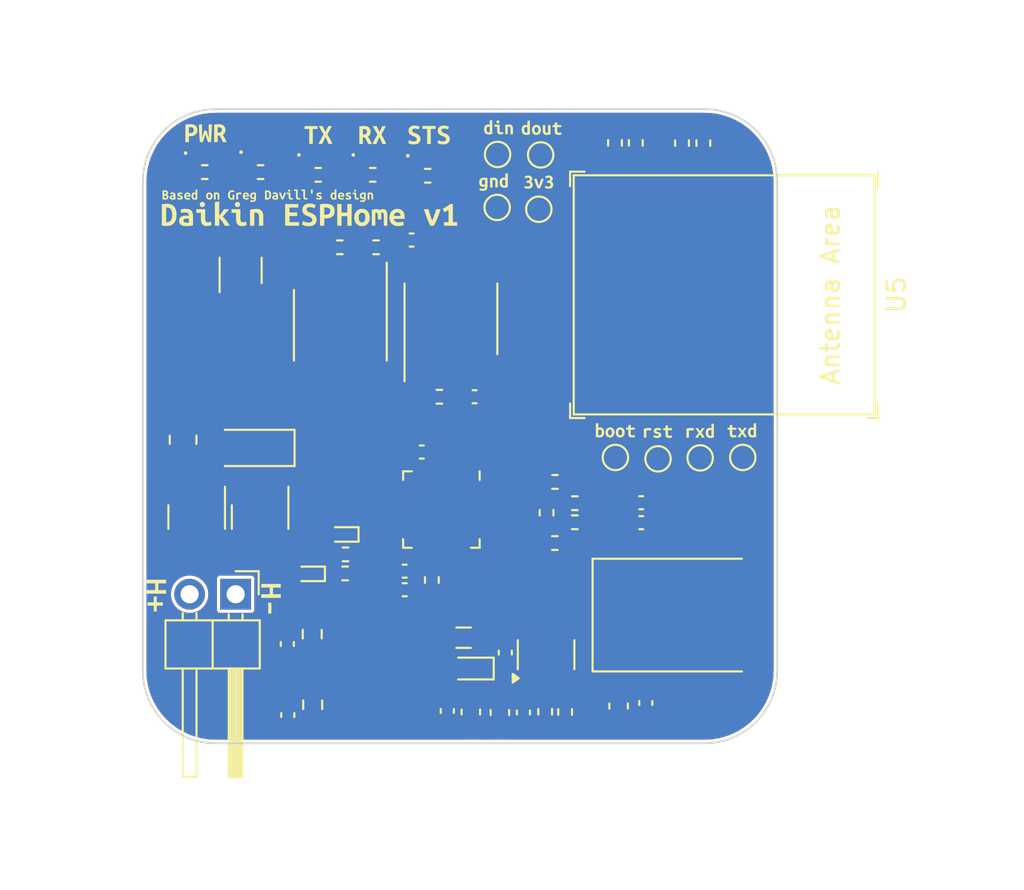
<source format=kicad_pcb>
(kicad_pcb (version 20241229) (generator "pcbnew") (generator_version "9.0")
  (title_block (title "HomeBus Breakout Board") (date "2024-04-29") (rev "r1.0") (company "Greg Davill <greg.davill@gmail.com>") (comment 1 "Based on MAX22088"))
  (layers (0 "F.Cu" signal) (2 "B.Cu" signal) (13 "F.Paste" user) (15 "B.Paste" user) (5 "F.SilkS" user "F.Silkscreen") (7 "B.SilkS" user "B.Silkscreen") (1 "F.Mask" user) (3 "B.Mask" user) (25 "Edge.Cuts" user))
  (net 0 "")
  (net 1 "VCC")
  (net 2 "GND")
  (net 3 "/VRAW")
  (net 4 "/H+")
  (net 5 "/H-")
  (net 6 "/DIN")
  (net 7 "/RST")
  (net 8 "/DOUT")
  (net 9 "Net-(C9-Pad1)")
  (net 10 "Net-(D1-A)")
  (net 11 "Net-(D2-A)")
  (net 12 "Net-(D3-A)")
  (net 13 "Net-(D6-A1)")
  (net 14 "Net-(D7-A1)")
  (net 15 "Net-(R5-Pad2)")
  (net 16 "+3V3")
  (net 17 "/_DOUT")
  (net 18 "/_DIN")
  (net 19 "/_RST")
  (net 20 "Net-(U4-CAPN)")
  (net 21 "Net-(U4-HNA)")
  (net 22 "Net-(U4-HPA)")
  (net 23 "Net-(U4-CAPP)")
  (net 24 "Net-(C10-Pad1)")
  (net 25 "Net-(C11-Pad1)")
  (net 26 "Net-(D6-A2)")
  (net 27 "Net-(D5-A)")
  (net 28 "Net-(D8-A1)")
  (net 29 "Net-(U4-SRA)")
  (net 30 "Net-(U4-~{HPEN})")
  (net 31 "Net-(R6-Pad2)")
  (net 32 "Net-(U4-TVL)")
  (net 33 "Net-(U4-TVT)")
  (net 34 "Net-(U4-TERM)")
  (net 35 "Net-(U4-HP)")
  (net 40 "Net-(D11-K)")
  (net 41 "Net-(U6-BST)")
  (net 42 "Net-(D10-A)")
  (net 43 "Net-(U5-EN{slash}CHIP_PU)")
  (net 44 "Net-(U5-GPIO8)")
  (net 45 "Net-(U5-GPIO4{slash}ADC1_CH4)")
  (net 46 "Net-(U6-FB)")
  (net 47 "Net-(U5-GPIO20{slash}U0RXD)")
  (net 48 "Net-(U5-GPIO21{slash}U0TXD)")
  (net 49 "Net-(U5-GPIO9)")
  (net 71 "/IOVDD")
  (footprint "Resistor_SMD:R_0402_1005Metric" (layer "F.Cu") (at 136.01 97.05)
    (property "Reference" "R8" (hide yes))
    (property "Value" "27K" (hide yes))
    (pad "1" smd roundrect (at -0.51 0) (size 0.54 0.64) (layers "F.Cu" "F.Mask" "F.Paste") (net 32 "Net-(U4-TVL)"))
    (pad "2" smd roundrect (at 0.51 0) (size 0.54 0.64) (layers "F.Cu" "F.Mask" "F.Paste") (net 1 "VCC"))
  )
  (footprint "TestPoint:TestPoint_Pad_D1.0mm" (layer "F.Cu") (at 142.925 93.5)
    (property "Reference" "TP1" (hide yes))
    (property "Value" "UART_RXD" (hide yes))
    (pad "1" smd circle (at 0 0) (size 1 1) (layers "F.Cu" "F.Mask") (net 47 "Net-(U5-GPIO20{slash}U0RXD)"))
  )
  (footprint "kibuzzard-65B629EE" (layer "F.Cu") (at 124.865 75.675)
    (property "Reference" "kibuzzard-65B629EE" (hide yes))
    (property "Value" "G***" (hide yes))
  )
  (footprint "Diode_SMD:D_SOD-923" (layer "F.Cu") (at 123.28 97.725 180)
    (property "Reference" "D7" (hide yes))
    (property "Value" "5.6V" (hide yes))
    (pad "1" smd rect (at -0.42 0) (size 0.36 0.25) (layers "F.Cu" "F.Mask" "F.Paste") (net 14 "Net-(D7-A1)"))
    (pad "2" smd rect (at 0.42 0) (size 0.36 0.25) (layers "F.Cu" "F.Mask" "F.Paste") (net 2 "GND"))
  )
  (footprint "Capacitor_SMD:C_0603_1608Metric" (layer "F.Cu") (at 130.275 107.525 90)
    (property "Reference" "C16" (hide yes))
    (property "Value" "10uF" (hide yes))
    (pad "1" smd roundrect (at -0.775 0 90) (size 0.9 0.95) (layers "F.Cu" "F.Mask" "F.Paste") (net 16 "+3V3"))
    (pad "2" smd roundrect (at 0.775 0 90) (size 0.9 0.95) (layers "F.Cu" "F.Mask" "F.Paste") (net 2 "GND"))
  )
  (footprint "Resistor_SMD:R_0402_1005Metric" (layer "F.Cu") (at 134.375 107.515 90)
    (property "Reference" "R25" (hide yes))
    (property "Value" "15.8k" (hide yes))
    (pad "1" smd roundrect (at -0.51 0 90) (size 0.54 0.64) (layers "F.Cu" "F.Mask" "F.Paste") (net 46 "Net-(U6-FB)"))
    (pad "2" smd roundrect (at 0.51 0 90) (size 0.54 0.64) (layers "F.Cu" "F.Mask" "F.Paste") (net 2 "GND"))
  )
  (footprint "Resistor_SMD:R_0402_1005Metric" (layer "F.Cu") (at 138.225 76.11 -90)
    (property "Reference" "R20" (hide yes))
    (property "Value" "5.1K" (hide yes))
    (pad "1" smd roundrect (at -0.51 0 270) (size 0.54 0.64) (layers "F.Cu" "F.Mask" "F.Paste") (net 16 "+3V3"))
    (pad "2" smd roundrect (at 0.51 0 270) (size 0.54 0.64) (layers "F.Cu" "F.Mask" "F.Paste") (net 44 "Net-(U5-GPIO8)"))
  )
  (footprint "Diode_SMD:D_SOD-523" (layer "F.Cu") (at 130.275 105.125 180)
    (property "Reference" "D11" (hide yes))
    (property "Value" "CUS10S30,H3F" (hide yes))
    (pad "1" smd roundrect (at -0.7 0) (size 0.6 0.7) (layers "F.Cu" "F.Mask" "F.Paste") (net 40 "Net-(D11-K)"))
    (pad "2" smd roundrect (at 0.7 0) (size 0.6 0.7) (layers "F.Cu" "F.Mask" "F.Paste") (net 2 "GND"))
  )
  (footprint "Resistor_SMD:R_0402_1005Metric" (layer "F.Cu") (at 123.34 99.875 180)
    (property "Reference" "R11" (hide yes))
    (property "Value" "82R" (hide yes))
    (pad "1" smd roundrect (at -0.51 0 180) (size 0.54 0.64) (layers "F.Cu" "F.Mask" "F.Paste") (net 34 "Net-(U4-TERM)"))
    (pad "2" smd roundrect (at 0.51 0 180) (size 0.54 0.64) (layers "F.Cu" "F.Mask" "F.Paste") (net 28 "Net-(D8-A1)"))
  )
  (footprint "kibuzzard-65B629C5" (layer "F.Cu") (at 115.665 75.575)
    (property "Reference" "kibuzzard-65B629C5" (hide yes))
    (property "Value" "G***" (hide yes))
  )
  (footprint "kibuzzard-68B31FE4" (layer "F.Cu") (at 119.075 79.025)
    (property "Reference" "kibuzzard-68B31FE4" (hide yes))
    (property "Value" "G***" (hide yes))
  )
  (footprint "LED_SMD:LED_0402_1005Metric" (layer "F.Cu") (at 115.6293 76.675)
    (property "Reference" "D5" (hide yes))
    (property "Value" "GREEN" (hide yes))
    (pad "1" smd roundrect (at -0.485 0) (size 0.59 0.64) (layers "F.Cu" "F.Mask" "F.Paste") (net 2 "GND"))
    (pad "2" smd roundrect (at 0.485 0) (size 0.59 0.64) (layers "F.Cu" "F.Mask" "F.Paste") (net 27 "Net-(D5-A)"))
  )
  (footprint "Capacitor_SMD:C_0603_1608Metric" (layer "F.Cu") (at 131.875 107.55 90)
    (property "Reference" "C17" (hide yes))
    (property "Value" "22uF" (hide yes))
    (pad "1" smd roundrect (at -0.775 0 90) (size 0.9 0.95) (layers "F.Cu" "F.Mask" "F.Paste") (net 16 "+3V3"))
    (pad "2" smd roundrect (at 0.775 0 90) (size 0.9 0.95) (layers "F.Cu" "F.Mask" "F.Paste") (net 2 "GND"))
  )
  (footprint "kibuzzard-65B6C60D" (layer "F.Cu") (at 112.925 101.1 -90)
    (property "Reference" "kibuzzard-65B6C60D" (hide yes))
    (property "Value" "G***" (hide yes))
  )
  (footprint "kibuzzard-68B32731" (layer "F.Cu") (at 131.8 75.25)
    (property "Reference" "kibuzzard-68B32731" (hide yes))
    (property "Value" "G***" (hide yes))
  )
  (footprint "kibuzzard-65B629E6" (layer "F.Cu") (at 121.865 75.675)
    (property "Reference" "kibuzzard-65B629E6" (hide yes))
    (property "Value" "G***" (hide yes))
  )
  (footprint "Resistor_SMD:R_0402_1005Metric" (layer "F.Cu") (at 128.125 100.24 -90)
    (property "Reference" "R7" (hide yes))
    (property "Value" "180k" (hide yes))
    (pad "1" smd roundrect (at -0.51 0 270) (size 0.54 0.64) (layers "F.Cu" "F.Mask" "F.Paste") (net 23 "Net-(U4-CAPP)"))
    (pad "2" smd roundrect (at 0.51 0 270) (size 0.54 0.64) (layers "F.Cu" "F.Mask" "F.Paste") (net 9 "Net-(C9-Pad1)"))
  )
  (footprint "TestPoint:TestPoint_Pad_D1.0mm" (layer "F.Cu") (at 145.275 93.475)
    (property "Reference" "TP2" (hide yes))
    (property "Value" "UART_TXD" (hide yes))
    (pad "1" smd circle (at 0 0) (size 1 1) (layers "F.Cu" "F.Mask") (net 48 "Net-(U5-GPIO21{slash}U0TXD)"))
  )
  (footprint "Capacitor_SMD:C_0603_1608Metric" (layer "F.Cu") (at 138.425 107.2 -90)
    (property "Reference" "C12" (hide yes))
    (property "Value" "10uF" (hide yes))
    (pad "1" smd roundrect (at -0.775 0 270) (size 0.9 0.95) (layers "F.Cu" "F.Mask" "F.Paste") (net 3 "/VRAW"))
    (pad "2" smd roundrect (at 0.775 0 270) (size 0.9 0.95) (layers "F.Cu" "F.Mask" "F.Paste") (net 2 "GND"))
  )
  (footprint "kibuzzard-68B3271E" (layer "F.Cu") (at 138.25 91.975)
    (property "Reference" "kibuzzard-68B3271E" (hide yes))
    (property "Value" "G***" (hide yes))
  )
  (footprint "LED_SMD:LED_0402_1005Metric" (layer "F.Cu") (at 118.685 76.625)
    (property "Reference" "D1" (hide yes))
    (property "Value" "GREEN" (hide yes))
    (pad "1" smd roundrect (at -0.485 0) (size 0.59 0.64) (layers "F.Cu" "F.Mask" "F.Paste") (net 2 "GND"))
    (pad "2" smd roundrect (at 0.485 0) (size 0.59 0.64) (layers "F.Cu" "F.Mask" "F.Paste") (net 10 "Net-(D1-A)"))
  )
  (footprint "Diode_SMD:D_SOD-123F" (layer "F.Cu") (at 118.35 92.95 180)
    (property "Reference" "D6" (hide yes))
    (property "Value" "24V" (hide yes))
    (pad "1" smd rect (at -1.4 0 180) (size 1.1 1.1) (layers "F.Cu" "F.Mask" "F.Paste") (net 13 "Net-(D6-A1)"))
    (pad "2" smd rect (at 1.4 0 180) (size 1.1 1.1) (layers "F.Cu" "F.Mask" "F.Paste") (net 26 "Net-(D6-A2)"))
  )
  (footprint "Inductor_SMD:L_0805_2012Metric" (layer "F.Cu") (at 129.875 103.425 180)
    (property "Reference" "L1" (hide yes))
    (property "Value" "4.7uF" (hide yes))
    (pad "1" smd roundrect (at -1.0625 0 180) (size 0.875 1.2) (layers "F.Cu" "F.Mask" "F.Paste") (net 40 "Net-(D11-K)"))
    (pad "2" smd roundrect (at 1.0625 0 180) (size 0.875 1.2) (layers "F.Cu" "F.Mask" "F.Paste") (net 16 "+3V3"))
  )
  (footprint "Capacitor_SMD:C_0402_1005Metric" (layer "F.Cu") (at 126.625 99.75)
    (property "Reference" "C8" (hide yes))
    (property "Value" "0.1uF" (hide yes))
    (pad "1" smd roundrect (at -0.48 0) (size 0.56 0.62) (layers "F.Cu" "F.Mask" "F.Paste") (net 22 "Net-(U4-HPA)"))
    (pad "2" smd roundrect (at 0.48 0) (size 0.56 0.62) (layers "F.Cu" "F.Mask" "F.Paste") (net 23 "Net-(U4-CAPP)"))
  )
  (footprint "Capacitor_SMD:C_0402_1005Metric" (layer "F.Cu") (at 126.625 100.775 180)
    (property "Reference" "C9" (hide yes))
    (property "Value" "1uF" (hide yes))
    (pad "1" smd roundrect (at -0.48 0 180) (size 0.56 0.62) (layers "F.Cu" "F.Mask" "F.Paste") (net 9 "Net-(C9-Pad1)"))
    (pad "2" smd roundrect (at 0.48 0 180) (size 0.56 0.62) (layers "F.Cu" "F.Mask" "F.Paste") (net 22 "Net-(U4-HPA)"))
  )
  (footprint "Capacitor_SMD:C_0402_1005Metric" (layer "F.Cu") (at 139.675 95.975)
    (property "Reference" "C7" (hide yes))
    (property "Value" "1uF" (hide yes))
    (pad "1" smd roundrect (at -0.48 0) (size 0.56 0.62) (layers "F.Cu" "F.Mask" "F.Paste") (net 1 "VCC"))
    (pad "2" smd roundrect (at 0.48 0) (size 0.56 0.62) (layers "F.Cu" "F.Mask" "F.Paste") (net 2 "GND"))
  )
  (footprint "LED_SMD:LED_0402_1005Metric" (layer "F.Cu") (at 124.88 76.775)
    (property "Reference" "D3" (hide yes))
    (property "Value" "RED" (hide yes))
    (pad "1" smd roundrect (at -0.485 0) (size 0.59 0.64) (layers "F.Cu" "F.Mask" "F.Paste") (net 2 "GND"))
    (pad "2" smd roundrect (at 0.485 0) (size 0.59 0.64) (layers "F.Cu" "F.Mask" "F.Paste") (net 12 "Net-(D3-A)"))
  )
  (footprint "Package_DFN_QFN:QFN-24-1EP_4x4mm_P0.5mm_EP2.6x2.6mm" (layer "F.Cu") (at 128.65 96.35 -90)
    (property "Reference" "U4" (hide yes))
    (property "Value" "MAX22088" (hide yes))
    (pad "1" smd roundrect (at -1.9375 -1.25 270) (size 0.825 0.25) (layers "F.Cu" "F.Mask" "F.Paste") (net 17 "/_DOUT"))
    (pad "2" smd roundrect (at -1.9375 -0.75 270) (size 0.825 0.25) (layers "F.Cu" "F.Mask" "F.Paste") (net 18 "/_DIN"))
    (pad "3" smd roundrect (at -1.9375 -0.25 270) (size 0.825 0.25) (layers "F.Cu" "F.Mask" "F.Paste") (net 19 "/_RST"))
    (pad "4" smd roundrect (at -1.9375 0.25 270) (size 0.825 0.25) (layers "F.Cu" "F.Mask" "F.Paste") (net 20 "Net-(U4-CAPN)"))
    (pad "5" smd roundrect (at -1.9375 0.75 270) (size 0.825 0.25) (layers "F.Cu" "F.Mask" "F.Paste") (net 21 "Net-(U4-HNA)"))
    (pad "6" smd roundrect (at -1.9375 1.25 270) (size 0.825 0.25) (layers "F.Cu" "F.Mask" "F.Paste"))
    (pad "7" smd roundrect (at -1.25 1.9375 270) (size 0.25 0.825) (layers "F.Cu" "F.Mask" "F.Paste") (net 28 "Net-(D8-A1)"))
    (pad "8" smd roundrect (at -0.75 1.9375 270) (size 0.25 0.825) (layers "F.Cu" "F.Mask" "F.Paste") (net 13 "Net-(D6-A1)"))
    (pad "9" smd roundrect (at -0.25 1.9375 270) (size 0.25 0.825) (layers "F.Cu" "F.Mask" "F.Paste") (net 2 "GND"))
    (pad "10" smd roundrect (at 0.25 1.9375 270) (size 0.25 0.825) (layers "F.Cu" "F.Mask" "F.Paste") (net 35 "Net-(U4-HP)"))
    (pad "11" smd roundrect (at 0.75 1.9375 270) (size 0.25 0.825) (layers "F.Cu" "F.Mask" "F.Paste") (net 14 "Net-(D7-A1)"))
    (pad "12" smd roundrect (at 1.25 1.9375 270) (size 0.25 0.825) (layers "F.Cu" "F.Mask" "F.Paste") (net 34 "Net-(U4-TERM)"))
    (pad "13" smd roundrect (at 1.9375 1.25 270) (size 0.825 0.25) (layers "F.Cu" "F.Mask" "F.Paste"))
    (pad "14" smd roundrect (at 1.9375 0.75 270) (size 0.825 0.25) (layers "F.Cu" "F.Mask" "F.Paste") (net 22 "Net-(U4-HPA)"))
    (pad "15" smd roundrect (at 1.9375 0.25 270) (size 0.825 0.25) (layers "F.Cu" "F.Mask" "F.Paste") (net 23 "Net-(U4-CAPP)"))
    (pad "16" smd roundrect (at 1.9375 -0.25 270) (size 0.825 0.25) (layers "F.Cu" "F.Mask" "F.Paste") (net 2 "GND"))
    (pad "17" smd roundrect (at 1.9375 -0.75 270) (size 0.825 0.25) (layers "F.Cu" "F.Mask" "F.Paste") (net 1 "VCC"))
    (pad "18" smd roundrect (at 1.9375 -1.25 270) (size 0.825 0.25) (layers "F.Cu" "F.Mask" "F.Paste") (net 3 "/VRAW"))
    (pad "19" smd roundrect (at 1.25 -1.9375 270) (size 0.25 0.825) (layers "F.Cu" "F.Mask" "F.Paste") (net 3 "/VRAW"))
    (pad "20" smd roundrect (at 0.75 -1.9375 270) (size 0.25 0.825) (layers "F.Cu" "F.Mask" "F.Paste") (net 30 "Net-(U4-~{HPEN})"))
    (pad "21" smd roundrect (at 0.25 -1.9375 270) (size 0.25 0.825) (layers "F.Cu" "F.Mask" "F.Paste") (net 32 "Net-(U4-TVL)"))
    (pad "22" smd roundrect (at -0.25 -1.9375 270) (size 0.25 0.825) (layers "F.Cu" "F.Mask" "F.Paste") (net 33 "Net-(U4-TVT)"))
    (pad "23" smd roundrect (at -0.75 -1.9375 270) (size 0.25 0.825) (layers "F.Cu" "F.Mask" "F.Paste") (net 29 "Net-(U4-SRA)"))
    (pad "24" smd roundrect (at -1.25 -1.9375 270) (size 0.25 0.825) (layers "F.Cu" "F.Mask" "F.Paste"))
    (pad "25" smd rect (at 0 0 270) (size 2.6 2.6) (layers "F.Cu" "F.Mask") (net 2 "GND"))
  )
  (footprint "Capacitor_SMD:C_0402_1005Metric" (layer "F.Cu") (at 120.175 107.695 90)
    (property "Reference" "C10" (hide yes))
    (property "Value" "10uF" (hide yes))
    (pad "1" smd roundrect (at -0.48 0 90) (size 0.56 0.62) (layers "F.Cu" "F.Mask" "F.Paste") (net 24 "Net-(C10-Pad1)"))
    (pad "2" smd roundrect (at 0.48 0 90) (size 0.56 0.62) (layers "F.Cu" "F.Mask" "F.Paste") (net 4 "/H+"))
  )
  (footprint "Resistor_SMD:R_0402_1005Metric" (layer "F.Cu") (at 123.36 98.825)
    (property "Reference" "R13" (hide yes))
    (property "Value" "1K" (hide yes))
    (pad "1" smd roundrect (at -0.51 0) (size 0.54 0.64) (layers "F.Cu" "F.Mask" "F.Paste") (net 28 "Net-(D8-A1)"))
    (pad "2" smd roundrect (at 0.51 0) (size 0.54 0.64) (layers "F.Cu" "F.Mask" "F.Paste") (net 14 "Net-(D7-A1)"))
  )
  (footprint "kibuzzard-68B326FE" (layer "F.Cu") (at 140.6 92.05)
    (property "Reference" "kibuzzard-68B326FE" (hide yes))
    (property "Value" "G***" (hide yes))
  )
  (footprint "Resistor_SMD:R_0805_2012Metric" (layer "F.Cu") (at 114.4 92.5 -90)
    (property "Reference" "R14" (hide yes))
    (property "Value" "1R" (hide yes))
    (pad "1" smd roundrect (at -0.9125 0 270) (size 1.025 1.4) (layers "F.Cu" "F.Mask" "F.Paste") (roundrect_rratio 0.243902439) (net 35 "Net-(U4-HP)"))
    (pad "2" smd roundrect (at 0.9125 0 270) (size 1.025 1.4) (layers "F.Cu" "F.Mask" "F.Paste") (roundrect_rratio 0.243902439) (net 26 "Net-(D6-A2)"))
  )
  (footprint "kibuzzard-68B3273B" (layer "F.Cu") (at 134.175 75.275)
    (property "Reference" "kibuzzard-68B3273B" (hide yes))
    (property "Value" "G***" (hide yes))
  )
  (footprint "Resistor_SMD:R_0402_1005Metric" (layer "F.Cu") (at 135.475 107.525 90)
    (property "Reference" "R24" (hide yes))
    (property "Value" "49.9k" (hide yes))
    (pad "1" smd roundrect (at -0.51 0 90) (size 0.54 0.64) (layers "F.Cu" "F.Mask" "F.Paste") (net 16 "+3V3"))
    (pad "2" smd roundrect (at 0.51 0 90) (size 0.54 0.64) (layers "F.Cu" "F.Mask" "F.Paste") (net 46 "Net-(U6-FB)"))
  )
  (footprint "Package_TO_SOT_SMD:SOT-363_SC-70-6" (layer "F.Cu") (at 117.575 83.15 90)
    (property "Reference" "U3" (hide yes))
    (property "Value" "74LVC2G14DW-7" (hide yes))
    (pad "1" smd rect (at -0.95 -0.65 90) (size 0.65 0.4) (layers "F.Cu" "F.Mask" "F.Paste") (net 18 "/_DIN"))
    (pad "2" smd rect (at -0.95 0 90) (size 0.65 0.4) (layers "F.Cu" "F.Mask" "F.Paste") (net 2 "GND"))
    (pad "3" smd rect (at -0.95 0.65 90) (size 0.65 0.4) (layers "F.Cu" "F.Mask" "F.Paste") (net 17 "/_DOUT"))
    (pad "4" smd rect (at 0.95 0.65 90) (size 0.65 0.4) (layers "F.Cu" "F.Mask" "F.Paste") (net 31 "Net-(R6-Pad2)"))
    (pad "5" smd rect (at 0.95 0 90) (size 0.65 0.4) (layers "F.Cu" "F.Mask" "F.Paste") (net 1 "VCC"))
    (pad "6" smd rect (at 0.95 -0.65 90) (size 0.65 0.4) (layers "F.Cu" "F.Mask" "F.Paste") (net 15 "Net-(R5-Pad2)"))
  )
  (footprint "Diode_SMD:D_SOD-923" (layer "F.Cu") (at 121.425 99.9 180)
    (property "Reference" "D8" (hide yes))
    (property "Value" "5.6V" (hide yes))
    (pad "1" smd rect (at -0.42 0) (size 0.36 0.25) (layers "F.Cu" "F.Mask" "F.Paste") (net 28 "Net-(D8-A1)"))
    (pad "2" smd rect (at 0.42 0) (size 0.36 0.25) (layers "F.Cu" "F.Mask" "F.Paste") (net 2 "GND"))
  )
  (footprint "Resistor_SMD:R_0402_1005Metric" (layer "F.Cu") (at 134.91 98.2)
    (property "Reference" "R4" (hide yes))
    (property "Value" "0R" (hide yes))
    (pad "1" smd roundrect (at -0.51 0) (size 0.54 0.64) (layers "F.Cu" "F.Mask" "F.Paste") (net 30 "Net-(U4-~{HPEN})"))
    (pad "2" smd roundrect (at 0.51 0) (size 0.54 0.64) (layers "F.Cu" "F.Mask" "F.Paste") (net 2 "GND"))
  )
  (footprint "LED_SMD:LED_0402_1005Metric" (layer "F.Cu") (at 127.885 76.825)
    (property "Reference" "D10" (hide yes))
    (property "Value" "ORANGE" (hide yes))
    (pad "1" smd roundrect (at -0.485 0) (size 0.59 0.64) (layers "F.Cu" "F.Mask" "F.Paste") (net 2 "GND"))
    (pad "2" smd roundrect (at 0.485 0) (size 0.59 0.64) (layers "F.Cu" "F.Mask" "F.Paste") (net 42 "Net-(D10-A)"))
  )
  (footprint "Package_TO_SOT_SMD:SOT-23-6" (layer "F.Cu") (at 134.425 104.3625 90)
    (property "Reference" "U6" (hide yes))
    (property "Value" "AOZ1280CI" (hide yes))
    (pad "1" smd roundrect (at -1.1375 -0.95 90) (size 1.325 0.6) (layers "F.Cu" "F.Mask" "F.Paste") (net 41 "Net-(U6-BST)"))
    (pad "2" smd roundrect (at -1.1375 0 90) (size 1.325 0.6) (layers "F.Cu" "F.Mask" "F.Paste") (net 2 "GND"))
    (pad "3" smd roundrect (at -1.1375 0.95 90) (size 1.325 0.6) (layers "F.Cu" "F.Mask" "F.Paste") (net 46 "Net-(U6-FB)"))
    (pad "4" smd roundrect (at 1.1375 0.95 90) (size 1.325 0.6) (layers "F.Cu" "F.Mask" "F.Paste") (net 3 "/VRAW"))
    (pad "5" smd roundrect (at 1.1375 0 90) (size 1.325 0.6) (layers "F.Cu" "F.Mask" "F.Paste") (net 3 "/VRAW"))
    (pad "6" smd roundrect (at 1.1375 -0.95 90) (size 1.325 0.6) (layers "F.Cu" "F.Mask" "F.Paste") (net 40 "Net-(D11-K)"))
  )
  (footprint "Resistor_SMD:R_0402_1005Metric" (layer "F.Cu") (at 134.915 94.825)
    (property "Reference" "R3" (hide yes))
    (property "Value" "62k" (hide yes))
    (pad "1" smd roundrect (at -0.51 0) (size 0.54 0.64) (layers "F.Cu" "F.Mask" "F.Paste") (net 29 "Net-(U4-SRA)"))
    (pad "2" smd roundrect (at 0.51 0) (size 0.54 0.64) (layers "F.Cu" "F.Mask" "F.Paste") (net 2 "GND"))
  )
  (footprint "kibuzzard-68B31F11" (layer "F.Cu") (at 121.375 80.025)
    (property "Reference" "kibuzzard-68B31F11" (hide yes))
    (property "Value" "G***" (hide yes))
  )
  (footprint "Capacitor_Tantalum_SMD:CP_EIA-7360-38_Kemet-E_Pad2.25x4.25mm_HandSolder" (layer "F.Cu") (at 141.575 102.175)
    (property "Reference" "C4" (hide yes))
    (property "Value" "220uF" (hide yes))
    (pad "1" smd roundrect (at -3.2 0) (size 2.25 4.25) (layers "F.Cu" "F.Mask" "F.Paste") (roundrect_rratio 0.111111) (net 3 "/VRAW"))
    (pad "2" smd roundrect (at 3.2 0) (size 2.25 4.25) (layers "F.Cu" "F.Mask" "F.Paste") (roundrect_rratio 0.111111) (net 2 "GND"))
  )
  (footprint "Resistor_SMD:R_0402_1005Metric" (layer "F.Cu") (at 134.45 96.525 -90)
    (property "Reference" "R9" (hide yes))
    (property "Value" "4.3K" (hide yes))
    (pad "1" smd roundrect (at -0.51 0 270) (size 0.54 0.64) (layers "F.Cu" "F.Mask" "F.Paste") (net 33 "Net-(U4-TVT)"))
    (pad "2" smd roundrect (at 0.51 0 270) (size 0.54 0.64) (layers "F.Cu" "F.Mask" "F.Paste") (net 32 "Net-(U4-TVL)"))
  )
  (footprint "Resistor_SMD:R_0402_1005Metric" (layer "F.Cu") (at 141.925 76.125 -90)
    (property "Reference" "R22" (hide yes))
    (property "Value" "2.2K" (hide yes))
    (pad "1" smd roundrect (at -0.51 0 270) (size 0.54 0.64) (layers "F.Cu" "F.Mask" "F.Paste") (net 16 "+3V3"))
    (pad "2" smd roundrect (at 0.51 0 270) (size 0.54 0.64) (layers "F.Cu" "F.Mask" "F.Paste") (net 6 "/DIN"))
  )
  (footprint "Resistor_SMD:R_0402_1005Metric" (layer "F.Cu") (at 118.675 77.725 180)
    (property "Reference" "R1" (hide yes))
    (property "Value" "20K" (hide yes))
    (pad "1" smd roundrect (at -0.51 0 180) (size 0.54 0.64) (layers "F.Cu" "F.Mask" "F.Paste") (net 10 "Net-(D1-A)"))
    (pad "2" smd roundrect (at 0.51 0 180) (size 0.54 0.64) (layers "F.Cu" "F.Mask" "F.Paste") (net 71 "/IOVDD"))
  )
  (footprint "kibuzzard-68B32786" (layer "F.Cu") (at 134.025 78.275)
    (property "Reference" "kibuzzard-68B32786" (hide yes))
    (property "Value" "G***" (hide yes))
  )
  (footprint "Resistor_SMD:R_0402_1005Metric" (layer "F.Cu") (at 128.535 90.125 180)
    (property "Reference" "R2" (hide yes))
    (property "Value" "20K" (hide yes))
    (pad "1" smd roundrect (at -0.51 0 180) (size 0.54 0.64) (layers "F.Cu" "F.Mask" "F.Paste") (net 1 "VCC"))
    (pad "2" smd roundrect (at 0.51 0 180) (size 0.54 0.64) (layers "F.Cu" "F.Mask" "F.Paste") (net 17 "/_DOUT"))
  )
  (footprint "TestPoint:TestPoint_Pad_D1.0mm" (layer "F.Cu") (at 134.125 76.775)
    (property "Reference" "TP8" (hide yes))
    (property "Value" "I2C_SCL" (hide yes))
    (pad "1" smd circle (at 0 0) (size 1 1) (layers "F.Cu" "F.Mask") (net 8 "/DOUT"))
  )
  (footprint "TestPoint:TestPoint_Pad_D1.0mm" (layer "F.Cu") (at 131.75 76.75)
    (property "Reference" "TP9" (hide yes))
    (property "Value" "I2C_SDA" (hide yes))
    (pad "1" smd circle (at 0 0) (size 1 1) (layers "F.Cu" "F.Mask") (net 6 "/DIN"))
  )
  (footprint "Capacitor_SMD:C_0402_1005Metric" (layer "F.Cu") (at 139.925 107.03 -90)
    (property "Reference" "C3" (hide yes))
    (property "Value" "0.1uF" (hide yes))
    (pad "1" smd roundrect (at -0.48 0 270) (size 0.56 0.62) (layers "F.Cu" "F.Mask" "F.Paste") (net 3 "/VRAW"))
    (pad "2" smd roundrect (at 0.48 0 270) (size 0.56 0.62) (layers "F.Cu" "F.Mask" "F.Paste") (net 2 "GND"))
  )
  (footprint "Resistor_SMD:R_0603_1608Metric" (layer "F.Cu") (at 121.525 103.225 -90)
    (property "Reference" "R16" (hide yes))
    (property "Value" "4.7R" (hide yes))
    (pad "1" smd roundrect (at -0.825 0 270) (size 0.8 0.95) (layers "F.Cu" "F.Mask" "F.Paste") (net 28 "Net-(D8-A1)"))
    (pad "2" smd roundrect (at 0.825 0 270) (size 0.8 0.95) (layers "F.Cu" "F.Mask" "F.Paste") (net 25 "Net-(C11-Pad1)"))
  )
  (footprint "kibuzzard-68B31F54" (layer "F.Cu") (at 127.965 75.675)
    (property "Reference" "kibuzzard-68B31F54" (hide yes))
    (property "Value" "G***" (hide yes))
  )
  (footprint "Capacitor_SMD:C_0402_1005Metric" (layer "F.Cu") (at 127.005 81.475)
    (property "Reference" "C1" (hide yes))
    (property "Value" "0.1uF" (hide yes))
    (pad "1" smd roundrect (at -0.48 0) (size 0.56 0.62) (layers "F.Cu" "F.Mask" "F.Paste") (net 71 "/IOVDD"))
    (pad "2" smd roundrect (at 0.48 0) (size 0.56 0.62) (layers "F.Cu" "F.Mask" "F.Paste") (net 2 "GND"))
  )
  (footprint "Package_TO_SOT_SMD:SOT-23" (layer "F.Cu") (at 118.65 96.7625 -90)
    (property "Reference" "D9" (hide yes))
    (property "Value" "BAT54S" (hide yes))
    (pad "1" smd roundrect (at -0.9375 -0.95 270) (size 1.475 0.6) (layers "F.Cu" "F.Mask" "F.Paste") (net 13 "Net-(D6-A1)"))
    (pad "2" smd roundrect (at -0.9375 0.95 270) (size 1.475 0.6) (layers "F.Cu" "F.Mask" "F.Paste") (net 26 "Net-(D6-A2)"))
    (pad "3" smd roundrect (at 0.9375 0 270) (size 1.475 0.6) (layers "F.Cu" "F.Mask" "F.Paste") (net 5 "/H-"))
  )
  (footprint "Resistor_SMD:R_0402_1005Metric" (layer "F.Cu") (at 127.89 77.925 180)
    (property "Reference" "R23" (hide yes))
    (property "Value" "470R" (hide yes))
    (pad "1" smd roundrect (at -0.51 0 180) (size 0.54 0.64) (layers "F.Cu" "F.Mask" "F.Paste") (net 42 "Net-(D10-A)"))
    (pad "2" smd roundrect (at 0.51 0 180) (size 0.54 0.64) (layers "F.Cu" "F.Mask" "F.Paste") (net 45 "Net-(U5-GPIO4{slash}ADC1_CH4)"))
  )
  (footprint "TestPoint:TestPoint_Pad_D1.0mm" (layer "F.Cu") (at 134.025 79.775)
    (property "Reference" "TP12" (hide yes))
    (property "Value" "3V3" (hide yes))
    (pad "1" smd circle (at 0 0) (size 1 1) (layers "F.Cu" "F.Mask") (net 16 "+3V3"))
  )
  (footprint "Resistor_SMD:R_0402_1005Metric" (layer "F.Cu") (at 121.855 77.875 180)
    (property "Reference" "R5" (hide yes))
    (property "Value" "20K" (hide yes))
    (pad "1" smd roundrect (at -0.51 0 180) (size 0.54 0.64) (layers "F.Cu" "F.Mask" "F.Paste") (net 11 "Net-(D2-A)"))
    (pad "2" smd roundrect (at 0.51 0 180) (size 0.54 0.64) (layers "F.Cu" "F.Mask" "F.Paste") (net 15 "Net-(R5-Pad2)"))
  )
  (footprint "Package_SO:SOIC-8_3.9x4.9mm_P1.27mm" (layer "F.Cu") (at 129.175 85.825 90)
    (property "Reference" "U2" (hide yes))
    (property "Value" "CA-IS3720" (hide yes))
    (pad "1" smd roundrect (at -2.475 -1.905 90) (size 1.95 0.6) (layers "F.Cu" "F.Mask" "F.Paste") (net 1 "VCC"))
    (pad "2" smd roundrect (at -2.475 -0.635 90) (size 1.95 0.6) (layers "F.Cu" "F.Mask" "F.Paste") (net 17 "/_DOUT"))
    (pad "3" smd roundrect (at -2.475 0.635 90) (size 1.95 0.6) (layers "F.Cu" "F.Mask" "F.Paste") (net 2 "GND"))
    (pad "4" smd roundrect (at -2.475 1.905 90) (size 1.95 0.6) (layers "F.Cu" "F.Mask" "F.Paste") (net 2 "GND"))
    (pad "5" smd roundrect (at 2.475 1.905 90) (size 1.95 0.6) (layers "F.Cu" "F.Mask" "F.Paste") (net 2 "GND"))
    (pad "6" smd roundrect (at 2.475 0.635 90) (size 1.95 0.6) (layers "F.Cu" "F.Mask" "F.Paste"))
    (pad "7" smd roundrect (at 2.475 -0.635 90) (size 1.95 0.6) (layers "F.Cu" "F.Mask" "F.Paste") (net 8 "/DOUT"))
    (pad "8" smd roundrect (at 2.475 -1.905 90) (size 1.95 0.6) (layers "F.Cu" "F.Mask" "F.Paste") (net 71 "/IOVDD"))
  )
  (footprint "Resistor_SMD:R_0402_1005Metric" (layer "F.Cu") (at 123.045 81.875 180)
    (property "Reference" "R17" (hide yes))
    (property "Value" "20K" (hide yes))
    (pad "1" smd roundrect (at -0.51 0 180) (size 0.54 0.64) (layers "F.Cu" "F.Mask" "F.Paste") (net 71 "/IOVDD"))
    (pad "2" smd roundrect (at 0.51 0 180) (size 0.54 0.64) (layers "F.Cu" "F.Mask" "F.Paste") (net 7 "/RST"))
  )
  (footprint "Connector_PinHeader_2.54mm:PinHeader_1x02_P2.54mm_Horizontal" (layer "F.Cu") (at 117.3 101.025 -90)
    (property "Reference" "J3" (hide yes))
    (property "Value" "Conn_01x02_Pin" (hide yes))
    (pad "1" thru_hole rect (at 0 0 270) (size 1.7 1.7) (drill 1) (layers "*.Cu" "*.Mask") (net 5 "/H-"))
    (pad "2" thru_hole oval (at 0 2.54 270) (size 1.7 1.7) (drill 1) (layers "*.Cu" "*.Mask") (net 4 "/H+"))
  )
  (footprint "Capacitor_SMD:C_0402_1005Metric" (layer "F.Cu") (at 139.675 97.075)
    (property "Reference" "C6" (hide yes))
    (property "Value" "10uF" (hide yes))
    (pad "1" smd roundrect (at -0.48 0) (size 0.56 0.62) (layers "F.Cu" "F.Mask" "F.Paste") (net 1 "VCC"))
    (pad "2" smd roundrect (at 0.48 0) (size 0.56 0.62) (layers "F.Cu" "F.Mask" "F.Paste") (net 2 "GND"))
  )
  (footprint "Capacitor_SMD:C_0402_1005Metric" (layer "F.Cu") (at 127.57 93.175 180)
    (property "Reference" "C5" (hide yes))
    (property "Value" "0.1uF" (hide yes))
    (pad "1" smd roundrect (at -0.48 0 180) (size 0.56 0.62) (layers "F.Cu" "F.Mask" "F.Paste") (net 20 "Net-(U4-CAPN)"))
    (pad "2" smd roundrect (at 0.48 0 180) (size 0.56 0.62) (layers "F.Cu" "F.Mask" "F.Paste") (net 21 "Net-(U4-HNA)"))
  )
  (footprint "Resistor_SMD:R_0402_1005Metric" (layer "F.Cu") (at 139.375 76.11 -90)
    (property "Reference" "R19" (hide yes))
    (property "Value" "5.1K" (hide yes))
    (pad "1" smd roundrect (at -0.51 0 270) (size 0.54 0.64) (layers "F.Cu" "F.Mask" "F.Paste") (net 16 "+3V3"))
    (pad "2" smd roundrect (at 0.51 0 270) (size 0.54 0.64) (layers "F.Cu" "F.Mask" "F.Paste") (net 43 "Net-(U5-EN{slash}CHIP_PU)"))
  )
  (footprint "Resistor_SMD:R_0402_1005Metric" (layer "F.Cu") (at 125.045 81.875 180)
    (property "Reference" "R18" (hide yes))
    (property "Value" "20K" (hide yes))
    (pad "1" smd roundrect (at -0.51 0 180) (size 0.54 0.64) (layers "F.Cu" "F.Mask" "F.Paste") (net 71 "/IOVDD"))
    (pad "2" smd roundrect (at 0.51 0 180) (size 0.54 0.64) (layers "F.Cu" "F.Mask" "F.Paste") (net 6 "/DIN"))
  )
  (footprint "Capacitor_SMD:C_0402_1005Metric" (layer "F.Cu") (at 133.175 107.55 90)
    (property "Reference" "C14" (hide yes))
    (property "Value" "220nF" (hide yes))
    (pad "1" smd roundrect (at -0.48 0 90) (size 0.56 0.62) (layers "F.Cu" "F.Mask" "F.Paste") (net 16 "+3V3"))
    (pad "2" smd roundrect (at 0.48 0 90) (size 0.56 0.62) (layers "F.Cu" "F.Mask" "F.Paste") (net 2 "GND"))
  )
  (footprint "Capacitor_SMD:C_0402_1005Metric" (layer "F.Cu") (at 128.975 107.47 90)
    (property "Reference" "C15" (hide yes))
    (property "Value" "220nF" (hide yes))
    (pad "1" smd roundrect (at -0.48 0 90) (size 0.56 0.62) (layers "F.Cu" "F.Mask" "F.Paste") (net 16 "+3V3"))
    (pad "2" smd roundrect (at 0.48 0 90) (size 0.56 0.62) (layers "F.Cu" "F.Mask" "F.Paste") (net 2 "GND"))
  )
  (footprint "Resistor_SMD:R_0402_1005Metric" (layer "F.Cu") (at 143.1 76.125 -90)
    (property "Reference" "R21" (hide yes))
    (property "Value" "2.2K" (hide yes))
    (pad "1" smd roundrect (at -0.51 0 270) (size 0.54 0.64) (layers "F.Cu" "F.Mask" "F.Paste") (net 16 "+3V3"))
    (pad "2" smd roundrect (at 0.51 0 270) (size 0.54 0.64) (layers "F.Cu" "F.Mask" "F.Paste") (net 8 "/DOUT"))
  )
  (footprint "TestPoint:TestPoint_Pad_D1.0mm" (layer "F.Cu") (at 140.6 93.55)
    (property "Reference" "TP3" (hide yes))
    (property "Value" "RST" (hide yes))
    (pad "1" smd circle (at 0 0) (size 1 1) (layers "F.Cu" "F.Mask") (net 43 "Net-(U5-EN{slash}CHIP_PU)"))
  )
  (footprint "LED_SMD:LED_0402_1005Metric" (layer "F.Cu") (at 121.88 76.775)
    (property "Reference" "D2" (hide yes))
    (property "Value" "ORANGE" (hide yes))
    (pad "1" smd roundrect (at -0.485 0) (size 0.59 0.64) (layers "F.Cu" "F.Mask" "F.Paste") (net 2 "GND"))
    (pad "2" smd roundrect (at 0.485 0) (size 0.59 0.64) (layers "F.Cu" "F.Mask" "F.Paste") (net 11 "Net-(D2-A)"))
  )
  (footprint "Resistor_SMD:R_0402_1005Metric" (layer "F.Cu") (at 115.595 77.725 180)
    (property "Reference" "R12" (hide yes))
    (property "Value" "20K" (hide yes))
    (pad "1" smd roundrect (at -0.51 0 180) (size 0.54 0.64) (layers "F.Cu" "F.Mask" "F.Paste") (net 27 "Net-(D5-A)"))
    (pad "2" smd roundrect (at 0.51 0 180) (size 0.54 0.64) (layers "F.Cu" "F.Mask" "F.Paste") (net 1 "VCC"))
  )
  (footprint "TestPoint:TestPoint_Pad_D1.0mm" (layer "F.Cu") (at 138.25 93.475)
    (property "Reference" "TP4" (hide yes))
    (property "Value" "JDB_CTRL" (hide yes))
    (pad "1" smd circle (at 0 0) (size 1 1) (layers "F.Cu" "F.Mask") (net 49 "Net-(U5-GPIO9)"))
  )
  (footprint "lib:ESP32-C3-MINI-1" (layer "F.Cu") (at 144.25 84.5 -90)
    (property "Reference" "U5" (at 0 -9.5 90) (layer "F.SilkS"))
    (property "Value" "ESP32-C3-MINI-1" (hide yes))
    (fp_text user "Antenna Area" (at 0 -5.85 90) (layer "F.SilkS"))
    (pad "1" smd rect (at -5.9 -1.3) (size 0.4 0.8) (layers "F.Cu" "F.Mask" "F.Paste") (net 2 "GND"))
    (pad "2" smd rect (at -5.9 -0.5) (size 0.4 0.8) (layers "F.Cu" "F.Mask" "F.Paste") (net 2 "GND"))
    (pad "3" smd rect (at -5.9 0.3) (size 0.4 0.8) (layers "F.Cu" "F.Mask" "F.Paste") (net 16 "+3V3"))
    (pad "4" smd rect (at -5.9 1.1) (size 0.4 0.8) (layers "F.Cu" "F.Mask" "F.Paste"))
    (pad "5" smd rect (at -5.9 1.9) (size 0.4 0.8) (layers "F.Cu" "F.Mask" "F.Paste") (net 8 "/DOUT"))
    (pad "6" smd rect (at -5.9 2.7) (size 0.4 0.8) (layers "F.Cu" "F.Mask" "F.Paste") (net 6 "/DIN"))
    (pad "7" smd rect (at -5.9 3.5) (size 0.4 0.8) (layers "F.Cu" "F.Mask" "F.Paste"))
    (pad "8" smd rect (at -5.9 4.3) (size 0.4 0.8) (layers "F.Cu" "F.Mask" "F.Paste") (net 43 "Net-(U5-EN{slash}CHIP_PU)"))
    (pad "9" smd rect (at -5.9 5.1) (size 0.4 0.8) (layers "F.Cu" "F.Mask" "F.Paste"))
    (pad "10" smd rect (at -5.9 5.9) (size 0.4 0.8) (layers "F.Cu" "F.Mask" "F.Paste"))
    (pad "11" smd rect (at -5.9 6.7) (size 0.4 0.8) (layers "F.Cu" "F.Mask" "F.Paste") (net 2 "GND"))
    (pad "12" smd rect (at -4.8 7.6 270) (size 0.4 0.8) (layers "F.Cu" "F.Mask" "F.Paste"))
    (pad "13" smd rect (at -4 7.6 270) (size 0.4 0.8) (layers "F.Cu" "F.Mask" "F.Paste"))
    (pad "14" smd rect (at -3.2 7.6 270) (size 0.4 0.8) (layers "F.Cu" "F.Mask" "F.Paste") (net 2 "GND"))
    (pad "15" smd rect (at -2.4 7.6 270) (size 0.4 0.8) (layers "F.Cu" "F.Mask" "F.Paste"))
    (pad "16" smd rect (at -1.6 7.6 270) (size 0.4 0.8) (layers "F.Cu" "F.Mask" "F.Paste") (net 7 "/RST"))
    (pad "17" smd rect (at -0.8 7.6 270) (size 0.4 0.8) (layers "F.Cu" "F.Mask" "F.Paste"))
    (pad "18" smd rect (at 0 7.6 270) (size 0.4 0.8) (layers "F.Cu" "F.Mask" "F.Paste") (net 45 "Net-(U5-GPIO4{slash}ADC1_CH4)"))
    (pad "19" smd rect (at 0.8 7.6 270) (size 0.4 0.8) (layers "F.Cu" "F.Mask" "F.Paste"))
    (pad "20" smd rect (at 1.6 7.6 270) (size 0.4 0.8) (layers "F.Cu" "F.Mask" "F.Paste"))
    (pad "21" smd rect (at 2.4 7.6 270) (size 0.4 0.8) (layers "F.Cu" "F.Mask" "F.Paste"))
    (pad "22" smd rect (at 3.2 7.6 270) (size 0.4 0.8) (layers "F.Cu" "F.Mask" "F.Paste") (net 44 "Net-(U5-GPIO8)"))
    (pad "23" smd rect (at 4 7.6 270) (size 0.4 0.8) (layers "F.Cu" "F.Mask" "F.Paste") (net 49 "Net-(U5-GPIO9)"))
    (pad "24" smd rect (at 4.8 7.6 270) (size 0.4 0.8) (layers "F.Cu" "F.Mask" "F.Paste"))
    (pad "25" smd rect (at 5.9 6.7) (size 0.4 0.8) (layers "F.Cu" "F.Mask" "F.Paste"))
    (pad "26" smd rect (at 5.9 5.9) (size 0.4 0.8) (layers "F.Cu" "F.Mask" "F.Paste"))
    (pad "27" smd rect (at 5.9 5.1) (size 0.4 0.8) (layers "F.Cu" "F.Mask" "F.Paste"))
    (pad "28" smd rect (at 5.9 4.3) (size 0.4 0.8) (layers "F.Cu" "F.Mask" "F.Paste"))
    (pad "29" smd rect (at 5.9 3.5) (size 0.4 0.8) (layers "F.Cu" "F.Mask" "F.Paste"))
    (pad "30" smd rect (at 5.9 2.7) (size 0.4 0.8) (layers "F.Cu" "F.Mask" "F.Paste") (net 47 "Net-(U5-GPIO20{slash}U0RXD)"))
    (pad "31" smd rect (at 5.9 1.9) (size 0.4 0.8) (layers "F.Cu" "F.Mask" "F.Paste") (net 48 "Net-(U5-GPIO21{slash}U0TXD)"))
    (pad "32" smd rect (at 5.9 1.1) (size 0.4 0.8) (layers "F.Cu" "F.Mask" "F.Paste"))
    (pad "33" smd rect (at 5.9 0.3) (size 0.4 0.8) (layers "F.Cu" "F.Mask" "F.Paste"))
    (pad "34" smd rect (at 5.9 -0.5) (size 0.4 0.8) (layers "F.Cu" "F.Mask" "F.Paste"))
    (pad "35" smd rect (at 5.9 -1.3) (size 0.4 0.8) (layers "F.Cu" "F.Mask" "F.Paste"))
    (pad "36" smd rect (at 4.8 -2.2 270) (size 0.4 0.8) (layers "F.Cu" "F.Mask" "F.Paste") (net 2 "GND"))
    (pad "37" smd rect (at 4 -2.2 270) (size 0.4 0.8) (layers "F.Cu" "F.Mask" "F.Paste") (net 2 "GND"))
    (pad "38" smd rect (at 3.2 -2.2 270) (size 0.4 0.8) (layers "F.Cu" "F.Mask" "F.Paste") (net 2 "GND"))
    (pad "39" smd rect (at 2.4 -2.2 270) (size 0.4 0.8) (layers "F.Cu" "F.Mask" "F.Paste") (net 2 "GND"))
    (pad "40" smd rect (at 1.6 -2.2 270) (size 0.4 0.8) (layers "F.Cu" "F.Mask" "F.Paste") (net 2 "GND"))
    (pad "41" smd rect (at 0.8 -2.2 270) (size 0.4 0.8) (layers "F.Cu" "F.Mask" "F.Paste") (net 2 "GND"))
    (pad "42" smd rect (at 0 -2.2 270) (size 0.4 0.8) (layers "F.Cu" "F.Mask" "F.Paste") (net 2 "GND"))
    (pad "43" smd rect (at -0.8 -2.2 270) (size 0.4 0.8) (layers "F.Cu" "F.Mask" "F.Paste") (net 2 "GND"))
    (pad "44" smd rect (at -1.6 -2.2 270) (size 0.4 0.8) (layers "F.Cu" "F.Mask" "F.Paste") (net 2 "GND"))
    (pad "45" smd rect (at -2.4 -2.2 270) (size 0.4 0.8) (layers "F.Cu" "F.Mask" "F.Paste") (net 2 "GND"))
    (pad "46" smd rect (at -3.2 -2.2 270) (size 0.4 0.8) (layers "F.Cu" "F.Mask" "F.Paste") (net 2 "GND"))
    (pad "47" smd rect (at -4 -2.2 270) (size 0.4 0.8) (layers "F.Cu" "F.Mask" "F.Paste") (net 2 "GND"))
    (pad "48" smd rect (at -4.8 -2.2 270) (size 0.4 0.8) (layers "F.Cu" "F.Mask" "F.Paste") (net 2 "GND"))
    (pad "49" smd custom (at -1.975 0.725 270) (size 0.8 0.8) (layers "F.Cu" "F.Mask" "F.Paste") (net 2 "GND") (options (clearance outline) (anchor rect)) (primitives (gr_poly (pts (xy 0.725 0.725) (xy -0.725 0.725) (xy -0.725 -0.125) (xy -0.125 -0.725) (xy 0.725 -0.725)) (width 0) (fill yes))))
    (pad "49" smd rect (at -1.975 2.7) (size 1.45 1.45) (layers "F.Cu" "F.Mask" "F.Paste") (net 2 "GND"))
    (pad "49" smd rect (at -1.975 4.675) (size 1.45 1.45) (layers "F.Cu" "F.Mask" "F.Paste") (net 2 "GND"))
    (pad "49" smd rect (at 0 0.725) (size 1.45 1.45) (layers "F.Cu" "F.Mask" "F.Paste") (net 2 "GND"))
    (pad "49" smd rect (at 0 2.7) (size 1.45 1.45) (layers "F.Cu" "F.Mask" "F.Paste") (net 2 "GND"))
    (pad "49" smd rect (at 0 4.675) (size 1.45 1.45) (layers "F.Cu" "F.Mask" "F.Paste") (net 2 "GND"))
    (pad "49" smd rect (at 1.975 0.725) (size 1.45 1.45) (layers "F.Cu" "F.Mask" "F.Paste") (net 2 "GND"))
    (pad "49" smd rect (at 1.975 2.7) (size 1.45 1.45) (layers "F.Cu" "F.Mask" "F.Paste") (net 2 "GND"))
    (pad "49" smd rect (at 1.975 4.675) (size 1.45 1.45) (layers "F.Cu" "F.Mask" "F.Paste") (net 2 "GND"))
    (pad "50" smd rect (at 5.95 -2.25) (size 0.7 0.7) (layers "F.Cu" "F.Mask" "F.Paste") (net 2 "GND"))
    (pad "51" smd rect (at 5.95 7.65) (size 0.7 0.7) (layers "F.Cu" "F.Mask" "F.Paste") (net 2 "GND"))
    (pad "52" smd rect (at -5.95 7.65) (size 0.7 0.7) (layers "F.Cu" "F.Mask" "F.Paste") (net 2 "GND"))
    (pad "53" smd rect (at -5.95 -2.25) (size 0.7 0.7) (layers "F.Cu" "F.Mask" "F.Paste") (net 2 "GND"))
  )
  (footprint "kibuzzard-68B326CE" (layer "F.Cu") (at 142.925 92)
    (property "Reference" "kibuzzard-68B326CE" (hide yes))
    (property "Value" "G***" (hide yes))
  )
  (footprint "TestPoint:TestPoint_Pad_D1.0mm" (layer "F.Cu") (at 131.725 79.675)
    (property "Reference" "TP11" (hide yes))
    (property "Value" "GND" (hide yes))
    (pad "1" smd circle (at 0 0) (size 1 1) (layers "F.Cu" "F.Mask") (net 2 "GND"))
  )
  (footprint "Capacitor_SMD:C_0402_1005Metric" (layer "F.Cu") (at 130.48 90.125)
    (property "Reference" "C2" (hide yes))
    (property "Value" "0.1uF" (hide yes))
    (pad "1" smd roundrect (at -0.48 0) (size 0.56 0.62) (layers "F.Cu" "F.Mask" "F.Paste") (net 1 "VCC"))
    (pad "2" smd roundrect (at 0.48 0) (size 0.56 0.62) (layers "F.Cu" "F.Mask" "F.Paste") (net 2 "GND"))
  )
  (footprint "Resistor_SMD:R_0603_1608Metric" (layer "F.Cu") (at 121.55 107.125 -90)
    (property "Reference" "R15" (hide yes))
    (property "Value" "4.7R" (hide yes))
    (pad "1" smd roundrect (at -0.825 0 270) (size 0.8 0.95) (layers "F.Cu" "F.Mask" "F.Paste") (net 14 "Net-(D7-A1)"))
    (pad "2" smd roundrect (at 0.825 0 270) (size 0.8 0.95) (layers "F.Cu" "F.Mask" "F.Paste") (net 24 "Net-(C10-Pad1)"))
  )
  (footprint "Capacitor_SMD:C_0402_1005Metric" (layer "F.Cu") (at 120.15 103.77 90)
    (property "Reference" "C11" (hide yes))
    (property "Value" "10uF" (hide yes))
    (pad "1" smd roundrect (at -0.48 0 90) (size 0.56 0.62) (layers "F.Cu" "F.Mask" "F.Paste") (net 25 "Net-(C11-Pad1)"))
    (pad "2" smd roundrect (at 0.48 0 90) (size 0.56 0.62) (layers "F.Cu" "F.Mask" "F.Paste") (net 5 "/H-"))
  )
  (footprint "Package_SO:SOIC-8_3.9x4.9mm_P1.27mm" (layer "F.Cu") (at 123.075 86.175 -90)
    (property "Reference" "U1" (hide yes))
    (property "Value" "CA-IS3720" (hide yes))
    (pad "1" smd roundrect (at -2.475 -1.905 270) (size 1.95 0.6) (layers "F.Cu" "F.Mask" "F.Paste") (net 71 "/IOVDD"))
    (pad "2" smd roundrect (at -2.475 -0.635 270) (size 1.95 0.6) (layers "F.Cu" "F.Mask" "F.Paste") (net 6 "/DIN"))
    (pad "3" smd roundrect (at -2.475 0.635 270) (size 1.95 0.6) (layers "F.Cu" "F.Mask" "F.Paste") (net 7 "/RST"))
    (pad "4" smd roundrect (at -2.475 1.905 270) (size 1.95 0.6) (layers "F.Cu" "F.Mask" "F.Paste") (net 2 "GND"))
    (pad "5" smd roundrect (at 2.475 1.905 270) (size 1.95 0.6) (layers "F.Cu" "F.Mask" "F.Paste") (net 2 "GND"))
    (pad "6" smd roundrect (at 2.475 0.635 270) (size 1.95 0.6) (layers "F.Cu" "F.Mask" "F.Paste") (net 19 "/_RST"))
    (pad "7" smd roundrect (at 2.475 -0.635 270) (size 1.95 0.6) (layers "F.Cu" "F.Mask" "F.Paste") (net 18 "/_DIN"))
    (pad "8" smd roundrect (at 2.475 -1.905 270) (size 1.95 0.6) (layers "F.Cu" "F.Mask" "F.Paste") (net 1 "VCC"))
  )
  (footprint "kibuzzard-68B32675" (layer "F.Cu") (at 131.525 78.275)
    (property "Reference" "kibuzzard-68B32675" (hide yes))
    (property "Value" "G***" (hide yes))
  )
  (footprint "kibuzzard-65B6C61A" (layer "F.Cu") (at 119.25 101.275 -90)
    (property "Reference" "kibuzzard-65B6C61A" (hide yes))
    (property "Value" "G***" (hide yes))
  )
  (footprint "Resistor_SMD:R_0402_1005Metric" (layer "F.Cu") (at 136.01 96 180)
    (property "Reference" "R10" (hide yes))
    (property "Value" "20K" (hide yes))
    (pad "1" smd roundrect (at -0.51 0 180) (size 0.54 0.64) (layers "F.Cu" "F.Mask" "F.Paste") (net 2 "GND"))
    (pad "2" smd roundrect (at 0.51 0 180) (size 0.54 0.64) (layers "F.Cu" "F.Mask" "F.Paste") (net 33 "Net-(U4-TVT)"))
  )
  (footprint "Capacitor_SMD:C_0402_1005Metric" (layer "F.Cu") (at 132.175 104.245 -90)
    (property "Reference" "C13" (hide yes))
    (property "Value" "33nF" (hide yes))
    (pad "1" smd roundrect (at -0.48 0 270) (size 0.56 0.62) (layers "F.Cu" "F.Mask" "F.Paste") (net 40 "Net-(D11-K)"))
    (pad "2" smd roundrect (at 0.48 0 270) (size 0.56 0.62) (layers "F.Cu" "F.Mask" "F.Paste") (net 41 "Net-(U6-BST)"))
  )
  (footprint "kibuzzard-68B326E4" (layer "F.Cu") (at 145.225 91.975)
    (property "Reference" "kibuzzard-68B326E4" (hide yes))
    (property "Value" "G***" (hide yes))
  )
  (footprint "Package_TO_SOT_SMD:SOT-23" (layer "F.Cu") (at 115.15 96.7625 -90)
    (property "Reference" "D4" (hide yes))
    (property "Value" "BAT54S" (hide yes))
    (pad "1" smd roundrect (at -0.9375 -0.95 270) (size 1.475 0.6) (layers "F.Cu" "F.Mask" "F.Paste") (net 13 "Net-(D6-A1)"))
    (pad "2" smd roundrect (at -0.9375 0.95 270) (size 1.475 0.6) (layers "F.Cu" "F.Mask" "F.Paste") (net 26 "Net-(D6-A2)"))
    (pad "3" smd roundrect (at 0.9375 0 270) (size 1.475 0.6) (layers "F.Cu" "F.Mask" "F.Paste") (net 4 "/H+"))
  )
  (footprint "Resistor_SMD:R_0402_1005Metric" (layer "F.Cu") (at 124.865 77.875 180)
    (property "Reference" "R6" (hide yes))
    (property "Value" "20K" (hide yes))
    (pad "1" smd roundrect (at -0.51 0 180) (size 0.54 0.64) (layers "F.Cu" "F.Mask" "F.Paste") (net 12 "Net-(D3-A)"))
    (pad "2" smd roundrect (at 0.51 0 180) (size 0.54 0.64) (layers "F.Cu" "F.Mask" "F.Paste") (net 31 "Net-(R6-Pad2)"))
  )
  (gr_arc (start 116.174999 109.25) (mid 113.346571 108.078427) (end 112.175 105.249999) (stroke (width 0.1)) (layer "Edge.Cuts"))
  (gr_arc (start 143.17852 74.25124) (mid 146.00692 75.422822) (end 147.17852 78.25124) (stroke (width 0.1)) (layer "Edge.Cuts"))
  (gr_arc (start 112.178427 78.253427) (mid 113.35 75.425) (end 116.178427 74.253427) (stroke (width 0.1)) (layer "Edge.Cuts"))
  (gr_line (start 112.17852 78.25124) (end 112.178567 105.25124) (stroke (width 0.1)) (layer "Edge.Cuts"))
  (gr_line (start 116.17852 109.25124) (end 143.17852 109.25124) (stroke (width 0.1)) (layer "Edge.Cuts"))
  (gr_line (start 143.17852 74.25124) (end 116.17852 74.25124) (stroke (width 0.1)) (layer "Edge.Cuts"))
  (gr_line (start 147.17852 105.25124) (end 147.17852 78.25124) (stroke (width 0.1)) (layer "Edge.Cuts"))
  (gr_arc (start 147.175 105.25) (mid 146.003427 108.078427) (end 143.175 109.25) (stroke (width 0.1)) (layer "Edge.Cuts"))
  (segment (start 138.425 106.425) (end 138.925 106.425) (width 1) (layer "F.Cu") (net 3))
  (segment (start 135.375 103.075) (end 135.375 103.225) (width 1) (layer "F.Cu") (net 3))
  (segment (start 138.375 106.375) (end 138.425 106.425) (width 1) (layer "F.Cu") (net 3))
  (segment (start 130.6 98.3) (end 134.475 102.175) (width 1) (layer "F.Cu") (net 3))
  (segment (start 138.925 106.425) (end 138.979 106.479) (width 1) (layer "F.Cu") (net 3))
  (segment (start 138.979 106.479) (end 139.925 106.479) (width 1) (layer "F.Cu") (net 3))
  (segment (start 138.375 102.175) (end 134.475 102.175) (width 1) (layer "F.Cu") (net 3))
  (segment (start 138.375 102.175) (end 138.375 106.375) (width 1) (layer "F.Cu") (net 3))
  (segment (start 134.475 102.175) (end 135.375 103.075) (width 1) (layer "F.Cu") (net 3))
  (segment (start 135.375 103.225) (end 134.526 103.225) (width 1) (layer "F.Cu") (net 3))
  (segment (start 128.125 100.75) (end 127.13 100.75) (width 0.18) (layer "F.Cu") (net 9))
  (segment (start 127.13 100.75) (end 127.105 100.775) (width 0.18) (layer "F.Cu") (net 9))
  (segment (start 119.17 77.71) (end 119.185 77.725) (width 0.18) (layer "F.Cu") (net 10))
  (segment (start 119.17 76.625) (end 119.17 77.71) (width 0.18) (layer "F.Cu") (net 10))
  (segment (start 122.365 76.775) (end 122.365 77.875) (width 0.18) (layer "F.Cu") (net 11))
  (segment (start 125.365 76.775) (end 125.365 77.865) (width 0.18) (layer "F.Cu") (net 12))
  (segment (start 125.365 77.865) (end 125.375 77.875) (width 0.18) (layer "F.Cu") (net 12))
  (segment (start 128.4 93.525) (end 128.4 94.4125) (width 0.18) (layer "F.Cu") (net 20))
  (segment (start 128.05 93.175) (end 128.4 93.525) (width 0.18) (layer "F.Cu") (net 20))
  (segment (start 127.09 93.175) (end 127.9 93.985) (width 0.18) (layer "F.Cu") (net 21))
  (segment (start 127.9 93.985) (end 127.9 94.4125) (width 0.18) (layer "F.Cu") (net 21))
  (segment (start 127.430999 99.169) (end 127.9 98.699999) (width 0.18) (layer "F.Cu") (net 22))
  (segment (start 126.726 99.169) (end 127.430999 99.169) (width 0.18) (layer "F.Cu") (net 22))
  (segment (start 126.145 100.775) (end 126.145 99.75) (width 0.18) (layer "F.Cu") (net 22))
  (segment (start 126.145 99.75) (end 126.726 99.169) (width 0.18) (layer "F.Cu") (net 22))
  (segment (start 127.9 98.699999) (end 127.9 98.2875) (width 0.18) (layer "F.Cu") (net 22))
  (segment (start 127.125 99.73) (end 127.105 99.75) (width 0.18) (layer "F.Cu") (net 23))
  (segment (start 128.125 99.73) (end 127.125 99.73) (width 0.18) (layer "F.Cu") (net 23))
  (segment (start 128.125 99.73) (end 128.4 99.455) (width 0.18) (layer "F.Cu") (net 23))
  (segment (start 128.4 99.455) (end 128.4 98.2875) (width 0.18) (layer "F.Cu") (net 23))
  (segment (start 121.325 108.175) (end 121.55 107.95) (width 0.18) (layer "F.Cu") (net 24))
  (segment (start 120.175 108.175) (end 121.325 108.175) (width 0.18) (layer "F.Cu") (net 24))
  (segment (start 120.15 104.25) (end 121.325 104.25) (width 0.18) (layer "F.Cu") (net 25))
  (segment (start 121.325 104.25) (end 121.525 104.05) (width 0.18) (layer "F.Cu") (net 25))
  (segment (start 116.1143 77.7157) (end 116.105 77.725) (width 0.18) (layer "F.Cu") (net 27))
  (segment (start 116.1143 76.675) (end 116.1143 77.7157) (width 0.18) (layer "F.Cu") (net 27))
  (segment (start 128.37 76.825) (end 128.37 77.895) (width 0.18) (layer "F.Cu") (net 42))
  (segment (start 128.37 77.895) (end 128.4 77.925) (width 0.18) (layer "F.Cu") (net 42))
  (zone (net 3) (net_name "/VRAW") (layer "F.Cu") (priority 2) (connect_pads yes (clearance 0)) (min_thickness 0.025) (fill yes (thermal_gap 0.2) (thermal_bridge_width 0.18) (smoothing fillet) (radius 0.5) (island_removal_mode 1) (island_area_min 10))
    (polygon (pts (xy 130.175 97.475) (xy 131 97.475) (xy 131 98.7) (xy 129.775 98.7) (xy 129.775 97.875) (xy 130.175 97.875)))
  )
  (zone (net 2) (net_name "GND") (layer "F.Cu") (connect_pads (clearance 0.18)) (min_thickness 0.18) (fill yes (thermal_gap 0.2) (thermal_bridge_width 0.18) (smoothing fillet) (radius 0.5) (island_removal_mode 2) (island_area_min 10))
    (polygon (pts (xy 106.425 70.375) (xy 158.125 70.375) (xy 157.95 114.425) (xy 106.075 114.25)))
  )
  (zone (net 2) (net_name "GND") (layer "B.Cu") (priority 1) (connect_pads (clearance 0.18)) (min_thickness 0.18) (fill yes (thermal_gap 0.2) (thermal_bridge_width 0.18) (smoothing fillet) (radius 0.5) (island_removal_mode 2) (island_area_min 10))
    (polygon (pts (xy 104.575 68.225) (xy 160.8 68.4) (xy 160.625 117.35) (xy 104.3 116.9)))
  )
)
</source>
